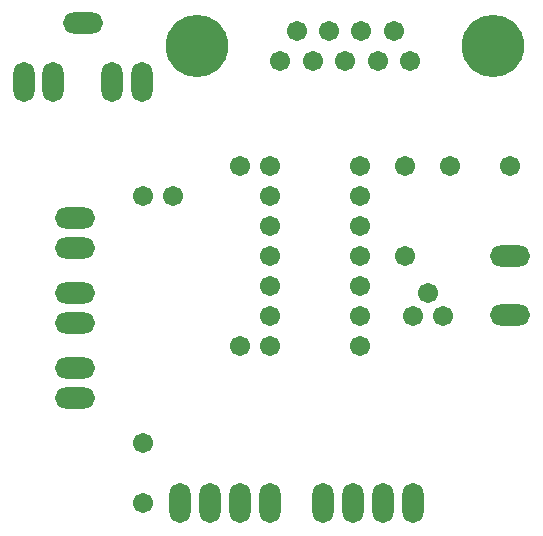
<source format=gbr>
%TF.GenerationSoftware,KiCad,Pcbnew,(6.0.6)*%
%TF.CreationDate,2022-08-19T16:39:26-03:00*%
%TF.ProjectId,hub_exterior,6875625f-6578-4746-9572-696f722e6b69,rev?*%
%TF.SameCoordinates,Original*%
%TF.FileFunction,Soldermask,Top*%
%TF.FilePolarity,Negative*%
%FSLAX46Y46*%
G04 Gerber Fmt 4.6, Leading zero omitted, Abs format (unit mm)*
G04 Created by KiCad (PCBNEW (6.0.6)) date 2022-08-19 16:39:26*
%MOMM*%
%LPD*%
G01*
G04 APERTURE LIST*
%ADD10C,1.703200*%
%ADD11O,1.803200X3.403200*%
%ADD12O,3.403200X1.803200*%
%ADD13C,5.283200*%
G04 APERTURE END LIST*
D10*
%TO.C,R3*%
X154216100Y-107543600D03*
X146596100Y-107543600D03*
%TD*%
D11*
%TO.C,X4*%
X138976100Y-123418600D03*
X141516100Y-123418600D03*
X144056100Y-123418600D03*
X146596100Y-123418600D03*
%TD*%
D10*
%TO.C,R2*%
X154216100Y-105003600D03*
X146596100Y-105003600D03*
%TD*%
%TO.C,C1*%
X161836100Y-94843600D03*
X166916100Y-94843600D03*
%TD*%
%TO.C,R9*%
X146596100Y-97383600D03*
X154216100Y-97383600D03*
%TD*%
%TO.C,R4*%
X154216100Y-102463600D03*
X146596100Y-102463600D03*
%TD*%
%TO.C,C3*%
X138341100Y-97383600D03*
X135801100Y-97383600D03*
%TD*%
D12*
%TO.C,X6*%
X130086100Y-111988600D03*
X130086100Y-114528600D03*
%TD*%
D10*
%TO.C,R1*%
X158026100Y-102463600D03*
X158026100Y-94843600D03*
%TD*%
D11*
%TO.C,X2*%
X151041100Y-123418600D03*
X153581100Y-123418600D03*
X156121100Y-123418600D03*
X158661100Y-123418600D03*
%TD*%
D10*
%TO.C,R8*%
X154216100Y-99923600D03*
X146596100Y-99923600D03*
%TD*%
D12*
%TO.C,LED0*%
X130086100Y-99288600D03*
X130086100Y-101828600D03*
%TD*%
%TO.C,U$1*%
X130721100Y-82778600D03*
D11*
X128221100Y-87778600D03*
X133221100Y-87778600D03*
X125721100Y-87778600D03*
X135721100Y-87778600D03*
%TD*%
D10*
%TO.C,R5*%
X146596100Y-110083600D03*
X154216100Y-110083600D03*
%TD*%
%TO.C,C2*%
X135801100Y-123438600D03*
X135801100Y-118358600D03*
%TD*%
%TO.C,X1*%
X147459700Y-85953600D03*
X150202900Y-85953600D03*
X152946100Y-85953600D03*
X155689300Y-85953600D03*
X158432500Y-85953600D03*
X148831300Y-83413600D03*
X151574500Y-83413600D03*
X154317700Y-83413600D03*
X157060900Y-83413600D03*
D13*
X140423900Y-84683600D03*
X165468300Y-84683600D03*
%TD*%
D10*
%TO.C,R6*%
X144056100Y-110083600D03*
X144056100Y-94843600D03*
%TD*%
D12*
%TO.C,X5*%
X130086100Y-105638600D03*
X130086100Y-108178600D03*
%TD*%
D10*
%TO.C,Q1*%
X161201100Y-107543600D03*
X159931100Y-105638600D03*
X158661100Y-107543600D03*
%TD*%
D12*
%TO.C,X3*%
X166916100Y-102489000D03*
X166916100Y-107518200D03*
%TD*%
D10*
%TO.C,R7*%
X146596100Y-94843600D03*
X154216100Y-94843600D03*
%TD*%
M02*

</source>
